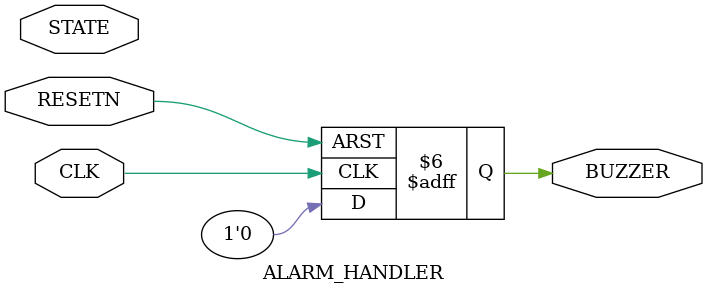
<source format=v>
`timescale 1ns / 1ps

module ALARM_HANDLER(
  input RESETN,
  input CLK,
  input [3:0] STATE,
  output reg BUZZER
);

	parameter INITIAL_DELAY = 4'b0000,
				 FUNCTION_SET = 4'b0001,
				 INITIAL_SETUP = 4'b0010,
				 CLEAR_SCREEN = 4'b0011,
				 SETUP = 4'b0100, // Menu select
				 TIME_SET = 4'b0101, // Time set
				 TZ_SET = 4'b0110, // Tinezone select
				 ALARM_SET = 4'b0111,
				 LINE1 = 4'b1000,
				 LINE2 = 4'b1001,
				 ALARM_TIME_REACHED = 4'b1010;

	always @(negedge RESETN, posedge CLK) begin
		if (~RESETN) begin
			BUZZER <= 0;
		end else begin
			if (STATE == ALARM_TIME_REACHED) begin
				BUZZER <= 0;
			end else
				BUZZER <= 0;
		end
	end

endmodule

</source>
